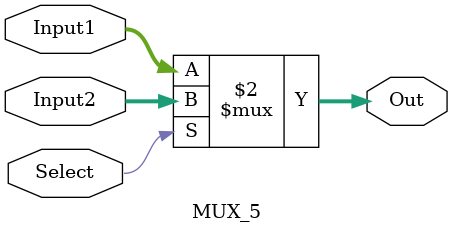
<source format=v>
`timescale 1ns / 1ps
module MUX_5(
    input [4:0] Input1, Input2,
		input Select,
		output [4:0] Out
    );
	 
	 
	 assign Out = (Select==1'b0) ? Input1 : Input2;
	 
	 //if(Select==1'b0) assign Out=Input1;
	 //else assign Out=Input2;
	 
endmodule

</source>
